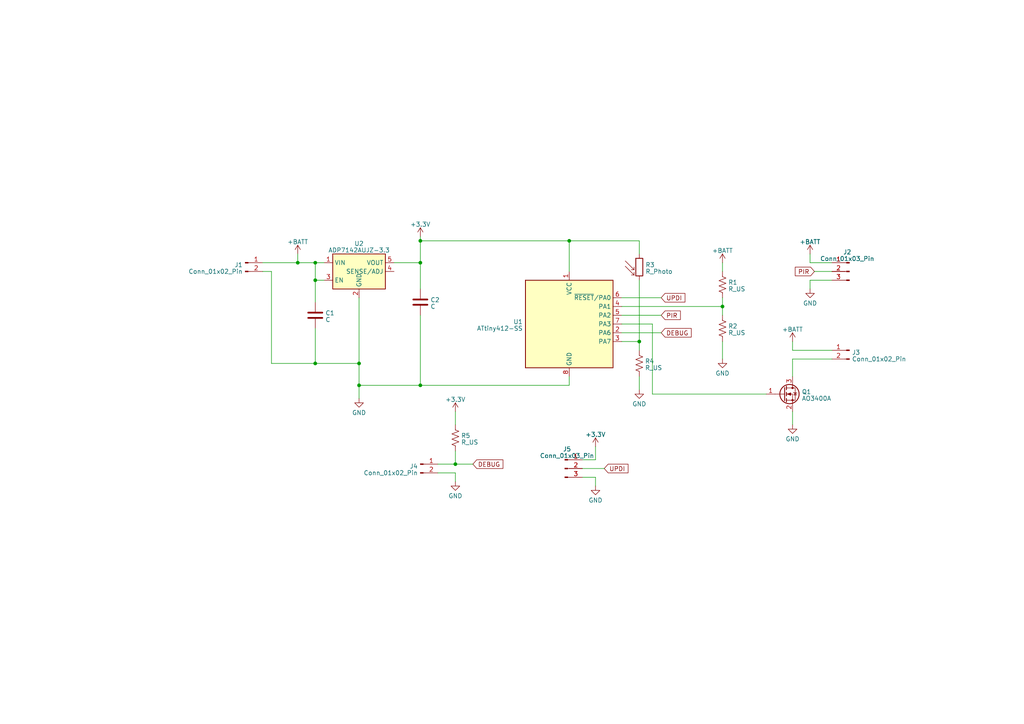
<source format=kicad_sch>
(kicad_sch (version 20230121) (generator eeschema)
  (paper "A4")
  (lib_symbols
    (symbol "Connector:Conn_01x02_Pin" (pin_names (offset 1.016) hide)
      (property "Reference" "J" (at 0 2.54 0))
      (property "Value" "Conn_01x02_Pin" (at 0 -5.08 0))
      (symbol "Conn_01x02_Pin_1_1"
        (polyline (pts (xy 1.27 -2.54) (xy 0.8636 -2.54)) (stroke (width 0.1524)))
        (polyline (pts (xy 1.27 0) (xy 0.8636 0)) (stroke (width 0.1524)))
        (rectangle (start 0.8636 -2.413) (end 0 -2.667) (stroke (width 0.1524)) (fill (type outline)))
        (rectangle (start 0.8636 0.127) (end 0 -0.127) (stroke (width 0.1524)) (fill (type outline)))
        (pin passive line (at 5.08 0 180) (length 3.81) (name "Pin_1") (number "1"))
        (pin passive line (at 5.08 -2.54 180) (length 3.81) (name "Pin_2") (number "2"))
      )
    )
    (symbol "Connector:Conn_01x03_Pin" (pin_names (offset 1.016) hide)
      (property "Reference" "J" (at 0 5.08 0))
      (property "Value" "Conn_01x03_Pin" (at 0 -5.08 0))
      (symbol "Conn_01x03_Pin_1_1"
        (polyline (pts (xy 1.27 -2.54) (xy 0.8636 -2.54)) (stroke (width 0.1524)))
        (polyline (pts (xy 1.27 0) (xy 0.8636 0)) (stroke (width 0.1524)))
        (polyline (pts (xy 1.27 2.54) (xy 0.8636 2.54)) (stroke (width 0.1524)))
        (rectangle (start 0.8636 -2.413) (end 0 -2.667) (stroke (width 0.1524)) (fill (type outline)))
        (rectangle (start 0.8636 0.127) (end 0 -0.127) (stroke (width 0.1524)) (fill (type outline)))
        (rectangle (start 0.8636 2.667) (end 0 2.413) (stroke (width 0.1524)) (fill (type outline)))
        (pin passive line (at 5.08 2.54 180) (length 3.81) (name "Pin_1") (number "1"))
        (pin passive line (at 5.08 0 180) (length 3.81) (name "Pin_2") (number "2"))
        (pin passive line (at 5.08 -2.54 180) (length 3.81) (name "Pin_3") (number "3"))
      )
    )
    (symbol "Device:C" (pin_numbers hide) (pin_names (offset 0.254))
      (property "Reference" "C" (at 0.635 2.54 0))
      (property "Value" "C" (at 0.635 -2.54 0))
      (symbol "C_0_1"
        (polyline (pts (xy -2.032 -0.762) (xy 2.032 -0.762)) (stroke (width 0.508)))
        (polyline (pts (xy -2.032 0.762) (xy 2.032 0.762)) (stroke (width 0.508)))
      )
      (symbol "C_1_1"
        (pin passive line (at 0 3.81 270) (length 2.794) (name "~") (number "1"))
        (pin passive line (at 0 -3.81 90) (length 2.794) (name "~") (number "2"))
      )
    )
    (symbol "Device:R_Photo" (pin_numbers hide) (pin_names (offset 0))
      (property "Reference" "R" (at 1.27 1.27 0))
      (property "Value" "R_Photo" (at 1.27 0 0))
      (symbol "R_Photo_0_1"
        (rectangle (start -1.016 2.54) (end 1.016 -2.54) (stroke (width 0.254)))
        (polyline (pts (xy -1.524 -2.286) (xy -4.064 0.254)))
        (polyline (pts (xy -1.524 -2.286) (xy -2.286 -2.286)))
        (polyline (pts (xy -1.524 -2.286) (xy -1.524 -1.524)))
        (polyline (pts (xy -1.524 -0.762) (xy -4.064 1.778)))
        (polyline (pts (xy -1.524 -0.762) (xy -2.286 -0.762)))
        (polyline (pts (xy -1.524 -0.762) (xy -1.524 0)))
      )
      (symbol "R_Photo_1_1"
        (pin passive line (at 0 3.81 270) (length 1.27) (name "~") (number "1"))
        (pin passive line (at 0 -3.81 90) (length 1.27) (name "~") (number "2"))
      )
    )
    (symbol "Device:R_US" (pin_numbers hide) (pin_names (offset 0))
      (property "Reference" "R" (at 2.54 0 90))
      (property "Value" "R_US" (at -2.54 0 90))
      (symbol "R_US_0_1"
        (polyline (pts (xy 0 -2.286) (xy 0 -2.54)))
        (polyline (pts (xy 0 2.286) (xy 0 2.54)))
        (polyline (pts (xy 0 -0.762) (xy 1.016 -1.143) (xy 0 -1.524) (xy -1.016 -1.905) (xy 0 -2.286)))
        (polyline (pts (xy 0 0.762) (xy 1.016 0.381) (xy 0 0) (xy -1.016 -0.381) (xy 0 -0.762)))
        (polyline (pts (xy 0 2.286) (xy 1.016 1.905) (xy 0 1.524) (xy -1.016 1.143) (xy 0 0.762)))
      )
      (symbol "R_US_1_1"
        (pin passive line (at 0 3.81 270) (length 1.27) (name "~") (number "1"))
        (pin passive line (at 0 -3.81 90) (length 1.27) (name "~") (number "2"))
      )
    )
    (symbol "MCU_Microchip_ATtiny:ATtiny412-SS"
      (property "Reference" "U" (at -12.7 13.97 0))
      (property "Value" "ATtiny412-SS" (at 2.54 -13.97 0))
      (symbol "ATtiny412-SS_0_1"
        (rectangle (start -12.7 -12.7) (end 12.7 12.7) (stroke (width 0.254)) (fill (type background)))
      )
      (symbol "ATtiny412-SS_1_1"
        (pin power_in line (at 0 15.24 270) (length 2.54) (name "VCC") (number "1"))
        (pin bidirectional line (at 15.24 -2.54 180) (length 2.54) (name "PA6") (number "2"))
        (pin bidirectional line (at 15.24 -5.08 180) (length 2.54) (name "PA7") (number "3"))
        (pin bidirectional line (at 15.24 5.08 180) (length 2.54) (name "PA1") (number "4"))
        (pin bidirectional line (at 15.24 2.54 180) (length 2.54) (name "PA2") (number "5"))
        (pin bidirectional line (at 15.24 7.62 180) (length 2.54) (name "~{RESET}/PA0") (number "6"))
        (pin bidirectional line (at 15.24 0 180) (length 2.54) (name "PA3") (number "7"))
        (pin power_in line (at 0 -15.24 90) (length 2.54) (name "GND") (number "8"))
      )
    )
    (symbol "Regulator_Linear:ADP7142AUJZ-3.3"
      (property "Reference" "U" (at 0 8.89 0))
      (property "Value" "ADP7142AUJZ-3.3" (at 0 6.35 0))
      (symbol "ADP7142AUJZ-3.3_0_1"
        (rectangle (start -7.62 5.08) (end 7.62 -5.08) (stroke (width 0.254)) (fill (type background)))
      )
      (symbol "ADP7142AUJZ-3.3_1_1"
        (pin power_in line (at -10.16 2.54 0) (length 2.54) (name "VIN") (number "1"))
        (pin power_in line (at 0 -7.62 90) (length 2.54) (name "GND") (number "2"))
        (pin input line (at -10.16 -2.54 0) (length 2.54) (name "EN") (number "3"))
        (pin input line (at 10.16 0 180) (length 2.54) (name "SENSE/ADJ") (number "4"))
        (pin power_out line (at 10.16 2.54 180) (length 2.54) (name "VOUT") (number "5"))
      )
    )
    (symbol "Transistor_FET:AO3400A" (pin_names hide)
      (property "Reference" "Q" (at 5.08 1.905 0))
      (property "Value" "AO3400A" (at 5.08 0 0))
      (symbol "AO3400A_0_1"
        (polyline (pts (xy 0.254 0) (xy -2.54 0)))
        (polyline (pts (xy 0.254 1.905) (xy 0.254 -1.905)) (stroke (width 0.254)))
        (polyline (pts (xy 0.762 -1.27) (xy 0.762 -2.286)) (stroke (width 0.254)))
        (polyline (pts (xy 0.762 0.508) (xy 0.762 -0.508)) (stroke (width 0.254)))
        (polyline (pts (xy 0.762 2.286) (xy 0.762 1.27)) (stroke (width 0.254)))
        (polyline (pts (xy 2.54 2.54) (xy 2.54 1.778)))
        (polyline (pts (xy 2.54 -2.54) (xy 2.54 0) (xy 0.762 0)))
        (polyline (pts (xy 0.762 -1.778) (xy 3.302 -1.778) (xy 3.302 1.778) (xy 0.762 1.778)))
        (polyline (pts (xy 1.016 0) (xy 2.032 0.381) (xy 2.032 -0.381) (xy 1.016 0)) (fill (type outline)))
        (polyline (pts (xy 2.794 0.508) (xy 2.921 0.381) (xy 3.683 0.381) (xy 3.81 0.254)))
        (polyline (pts (xy 3.302 0.381) (xy 2.921 -0.254) (xy 3.683 -0.254) (xy 3.302 0.381)))
        (circle (center 1.651 0) (radius 2.794) (stroke (width 0.254)))
        (circle (center 2.54 -1.778) (radius 0.254) (fill (type outline)))
        (circle (center 2.54 1.778) (radius 0.254) (fill (type outline)))
      )
      (symbol "AO3400A_1_1"
        (pin input line (at -5.08 0 0) (length 2.54) (name "G") (number "1"))
        (pin passive line (at 2.54 -5.08 90) (length 2.54) (name "S") (number "2"))
        (pin passive line (at 2.54 5.08 270) (length 2.54) (name "D") (number "3"))
      )
    )
    (symbol "power:+3.3V" (power) (pin_names (offset 0))
      (property "Value" "+3.3V" (at 0 3.556 0))
      (symbol "+3.3V_0_1"
        (polyline (pts (xy -0.762 1.27) (xy 0 2.54)))
        (polyline (pts (xy 0 0) (xy 0 2.54)))
        (polyline (pts (xy 0 2.54) (xy 0.762 1.27)))
      )
      (symbol "+3.3V_1_1"
        (pin power_in line (at 0 0 90) (length 0) hide (name "+3.3V") (number "1"))
      )
    )
    (symbol "power:+BATT" (power) (pin_names (offset 0))
      (property "Value" "+BATT" (at 0 3.556 0))
      (symbol "+BATT_0_1"
        (polyline (pts (xy -0.762 1.27) (xy 0 2.54)))
        (polyline (pts (xy 0 0) (xy 0 2.54)))
        (polyline (pts (xy 0 2.54) (xy 0.762 1.27)))
      )
      (symbol "+BATT_1_1"
        (pin power_in line (at 0 0 90) (length 0) hide (name "+BATT") (number "1"))
      )
    )
    (symbol "power:GND" (power) (pin_names (offset 0))
      (property "Value" "GND" (at 0 -3.81 0))
      (symbol "GND_0_1"
        (polyline (pts (xy 0 0) (xy 0 -1.27) (xy 1.27 -1.27) (xy 0 -2.54) (xy -1.27 -1.27) (xy 0 -1.27)))
      )
      (symbol "GND_1_1"
        (pin power_in line (at 0 0 270) (length 0) hide (name "GND") (number "1"))
      )
    )
  )
  (junction (at 121.92 69.85))
  (junction (at 209.55 88.9))
  (junction (at 91.44 105.41))
  (junction (at 104.14 111.76))
  (junction (at 165.1 69.85))
  (junction (at 86.36 76.2))
  (junction (at 121.92 111.76))
  (junction (at 104.14 105.41))
  (junction (at 132.08 134.62))
  (junction (at 91.44 76.2))
  (junction (at 91.44 81.28))
  (junction (at 121.92 76.2))
  (junction (at 185.42 99.06))
  (wire (pts (xy 91.44 95.25) (xy 91.44 105.41)))
  (wire (pts (xy 76.2 76.2) (xy 86.36 76.2)))
  (wire (pts (xy 86.36 73.66) (xy 86.36 76.2)))
  (wire (pts (xy 165.1 109.22) (xy 165.1 111.76)))
  (wire (pts (xy 132.08 137.16) (xy 132.08 139.7)))
  (wire (pts (xy 236.22 78.74) (xy 241.3 78.74)))
  (wire (pts (xy 165.1 69.85) (xy 165.1 78.74)))
  (wire (pts (xy 127 134.62) (xy 132.08 134.62)))
  (wire (pts (xy 209.55 76.2) (xy 209.55 78.74)))
  (wire (pts (xy 86.36 76.2) (xy 91.44 76.2)))
  (wire (pts (xy 104.14 105.41) (xy 104.14 111.76)))
  (wire (pts (xy 121.92 111.76) (xy 104.14 111.76)))
  (wire (pts (xy 185.42 99.06) (xy 180.34 99.06)))
  (wire (pts (xy 229.87 99.06) (xy 229.87 101.6)))
  (wire (pts (xy 91.44 81.28) (xy 91.44 76.2)))
  (wire (pts (xy 78.74 105.41) (xy 91.44 105.41)))
  (wire (pts (xy 172.72 129.54) (xy 172.72 133.35)))
  (wire (pts (xy 185.42 81.28) (xy 185.42 99.06)))
  (wire (pts (xy 168.91 138.43) (xy 172.72 138.43)))
  (wire (pts (xy 185.42 109.22) (xy 185.42 113.03)))
  (wire (pts (xy 132.08 134.62) (xy 137.16 134.62)))
  (wire (pts (xy 91.44 76.2) (xy 93.98 76.2)))
  (wire (pts (xy 209.55 99.06) (xy 209.55 104.14)))
  (wire (pts (xy 132.08 119.38) (xy 132.08 123.19)))
  (wire (pts (xy 127 137.16) (xy 132.08 137.16)))
  (wire (pts (xy 234.95 76.2) (xy 241.3 76.2)))
  (wire (pts (xy 121.92 76.2) (xy 121.92 83.82)))
  (wire (pts (xy 241.3 104.14) (xy 229.87 104.14)))
  (wire (pts (xy 168.91 135.89) (xy 175.26 135.89)))
  (wire (pts (xy 180.34 86.36) (xy 191.77 86.36)))
  (wire (pts (xy 234.95 83.82) (xy 234.95 81.28)))
  (wire (pts (xy 114.3 76.2) (xy 121.92 76.2)))
  (wire (pts (xy 132.08 130.81) (xy 132.08 134.62)))
  (wire (pts (xy 189.23 114.3) (xy 222.25 114.3)))
  (wire (pts (xy 185.42 73.66) (xy 185.42 69.85)))
  (wire (pts (xy 91.44 81.28) (xy 93.98 81.28)))
  (wire (pts (xy 76.2 78.74) (xy 78.74 78.74)))
  (wire (pts (xy 121.92 76.2) (xy 121.92 69.85)))
  (wire (pts (xy 180.34 88.9) (xy 209.55 88.9)))
  (wire (pts (xy 104.14 111.76) (xy 104.14 115.57)))
  (wire (pts (xy 121.92 91.44) (xy 121.92 111.76)))
  (wire (pts (xy 229.87 119.38) (xy 229.87 123.19)))
  (wire (pts (xy 209.55 88.9) (xy 209.55 91.44)))
  (wire (pts (xy 172.72 133.35) (xy 168.91 133.35)))
  (wire (pts (xy 78.74 78.74) (xy 78.74 105.41)))
  (wire (pts (xy 165.1 111.76) (xy 121.92 111.76)))
  (wire (pts (xy 91.44 105.41) (xy 104.14 105.41)))
  (wire (pts (xy 229.87 101.6) (xy 241.3 101.6)))
  (wire (pts (xy 180.34 91.44) (xy 191.77 91.44)))
  (wire (pts (xy 189.23 93.98) (xy 189.23 114.3)))
  (wire (pts (xy 91.44 87.63) (xy 91.44 81.28)))
  (wire (pts (xy 185.42 69.85) (xy 165.1 69.85)))
  (wire (pts (xy 229.87 104.14) (xy 229.87 109.22)))
  (wire (pts (xy 180.34 96.52) (xy 191.77 96.52)))
  (wire (pts (xy 209.55 86.36) (xy 209.55 88.9)))
  (wire (pts (xy 234.95 73.66) (xy 234.95 76.2)))
  (wire (pts (xy 121.92 68.58) (xy 121.92 69.85)))
  (wire (pts (xy 104.14 86.36) (xy 104.14 105.41)))
  (wire (pts (xy 234.95 81.28) (xy 241.3 81.28)))
  (wire (pts (xy 172.72 138.43) (xy 172.72 140.97)))
  (wire (pts (xy 185.42 99.06) (xy 185.42 101.6)))
  (wire (pts (xy 180.34 93.98) (xy 189.23 93.98)))
  (wire (pts (xy 121.92 69.85) (xy 165.1 69.85)))
  (global_label "DEBUG" (shape input) (at 191.77 96.52 0) (property "Intersheetrefs" "${INTERSHEET_REFS}" (effects hide)))
  (global_label "UPDI" (shape input) (at 191.77 86.36 0) (property "Intersheetrefs" "${INTERSHEET_REFS}" (effects hide)))
  (global_label "UPDI" (shape input) (at 175.26 135.89 0) (property "Intersheetrefs" "${INTERSHEET_REFS}" (effects hide)))
  (global_label "PIR" (shape input) (at 191.77 91.44 0) (property "Intersheetrefs" "${INTERSHEET_REFS}" (effects hide)))
  (global_label "DEBUG" (shape input) (at 137.16 134.62 0) (property "Intersheetrefs" "${INTERSHEET_REFS}" (effects hide)))
  (global_label "PIR" (shape input) (at 236.22 78.74 180) (property "Intersheetrefs" "${INTERSHEET_REFS}" (effects hide)))
  (symbol (lib_id "Connector:Conn_01x02_Pin") (at 121.92 134.62 0) (unit 1)
    (property "Reference" "J4" (at 121.2088 135.2463 0) (effects (justify right)))
    (property "Value" "Conn_01x02_Pin" (at 121.2088 137.1673 0) (effects (justify right)))
    (property "Footprint" "Connector_PinHeader_2.00mm:PinHeader_1x02_P2.00mm_Vertical" (effects hide))
  )
  (symbol (lib_id "Device:R_US") (at 209.55 95.25 0) (unit 1)
    (property "Reference" "R2" (at 211.201 94.6063 0) (effects (justify left)))
    (property "Value" "R_US" (at 211.201 96.5273 0) (effects (justify left)))
    (property "Footprint" "Resistor_SMD:R_0805_2012Metric_Pad1.20x1.40mm_HandSolder" (effects hide))
  )
  (symbol (lib_id "Connector:Conn_01x02_Pin") (at 71.12 76.2 0) (unit 1)
    (property "Reference" "J1" (at 70.4088 76.8263 0) (effects (justify right)))
    (property "Value" "Conn_01x02_Pin" (at 70.4088 78.7473 0) (effects (justify right)))
    (property "Footprint" "Connector_PinHeader_2.00mm:PinHeader_1x02_P2.00mm_Vertical" (effects hide))
  )
  (symbol (lib_id "power:+BATT") (at 86.36 73.66 0) (unit 1)
    (property "Reference" "#PWR03" (effects hide))
    (property "Value" "+BATT" (at 86.36 70.1581 0))
  )
  (symbol (lib_id "power:GND") (at 229.87 123.19 0) (unit 1)
    (property "Reference" "#PWR09" (effects hide))
    (property "Value" "GND" (at 229.87 127.3255 0))
  )
  (symbol (lib_id "MCU_Microchip_ATtiny:ATtiny412-SS") (at 165.1 93.98 0) (unit 1)
    (property "Reference" "U1" (at 151.638 93.3363 0) (effects (justify right)))
    (property "Value" "ATtiny412-SS" (at 151.638 95.2573 0) (effects (justify right)))
    (property "Footprint" "Package_SO:SOIC-8_3.9x4.9mm_P1.27mm" (effects hide))
    (property "Datasheet" "http://ww1.microchip.com/downloads/en/DeviceDoc/40001911A.pdf" (effects hide))
  )
  (symbol (lib_id "power:GND") (at 185.42 113.03 0) (unit 1)
    (property "Reference" "#PWR08" (effects hide))
    (property "Value" "GND" (at 185.42 117.1655 0))
  )
  (symbol (lib_id "power:+3.3V") (at 172.72 129.54 0) (unit 1)
    (property "Reference" "#PWR014" (effects hide))
    (property "Value" "+3.3V" (at 172.72 126.0381 0))
  )
  (symbol (lib_id "Connector:Conn_01x03_Pin") (at 246.38 78.74 0) (mirror y) (unit 1)
    (property "Reference" "J2" (at 245.745 73.1139 0))
    (property "Value" "Conn_01x03_Pin" (at 245.745 75.0349 0))
    (property "Footprint" "Connector_PinHeader_2.54mm:PinHeader_1x03_P2.54mm_Vertical" (effects hide))
  )
  (symbol (lib_id "Device:C") (at 121.92 87.63 0) (unit 1)
    (property "Reference" "C2" (at 124.841 86.9863 0) (effects (justify left)))
    (property "Value" "C" (at 124.841 88.9073 0) (effects (justify left)))
    (property "Footprint" "Capacitor_SMD:C_0805_2012Metric_Pad1.18x1.45mm_HandSolder" (effects hide))
  )
  (symbol (lib_id "Device:R_US") (at 132.08 127 0) (unit 1)
    (property "Reference" "R5" (at 133.731 126.3563 0) (effects (justify left)))
    (property "Value" "R_US" (at 133.731 128.2773 0) (effects (justify left)))
    (property "Footprint" "Resistor_SMD:R_0805_2012Metric_Pad1.20x1.40mm_HandSolder" (effects hide))
  )
  (symbol (lib_id "Device:R_US") (at 209.55 82.55 0) (unit 1)
    (property "Reference" "R1" (at 211.201 81.9063 0) (effects (justify left)))
    (property "Value" "R_US" (at 211.201 83.8273 0) (effects (justify left)))
    (property "Footprint" "Resistor_SMD:R_0805_2012Metric_Pad1.20x1.40mm_HandSolder" (effects hide))
  )
  (symbol (lib_id "Device:R_US") (at 185.42 105.41 0) (unit 1)
    (property "Reference" "R4" (at 187.071 104.7663 0) (effects (justify left)))
    (property "Value" "R_US" (at 187.071 106.6873 0) (effects (justify left)))
    (property "Footprint" "Resistor_SMD:R_0805_2012Metric_Pad1.20x1.40mm_HandSolder" (effects hide))
  )
  (symbol (lib_id "power:GND") (at 104.14 115.57 0) (unit 1)
    (property "Reference" "#PWR02" (effects hide))
    (property "Value" "GND" (at 104.14 119.7055 0))
  )
  (symbol (lib_id "Connector:Conn_01x03_Pin") (at 163.83 135.89 0) (unit 1)
    (property "Reference" "J5" (at 164.465 130.2639 0))
    (property "Value" "Conn_01x03_Pin" (at 164.465 132.1849 0))
    (property "Footprint" "footprints:JST_ZH_B3B-ZR_1x03_P1.50mm_Vertical" (effects hide))
  )
  (symbol (lib_id "power:GND") (at 132.08 139.7 0) (unit 1)
    (property "Reference" "#PWR012" (effects hide))
    (property "Value" "GND" (at 132.08 143.8355 0))
  )
  (symbol (lib_id "power:+BATT") (at 209.55 76.2 0) (unit 1)
    (property "Reference" "#PWR04" (effects hide))
    (property "Value" "+BATT" (at 209.55 72.6981 0))
  )
  (symbol (lib_id "power:+BATT") (at 234.95 73.66 0) (unit 1)
    (property "Reference" "#PWR06" (effects hide))
    (property "Value" "+BATT" (at 234.95 70.1581 0))
  )
  (symbol (lib_id "Device:R_Photo") (at 185.42 77.47 0) (unit 1)
    (property "Reference" "R3" (at 187.198 76.8263 0) (effects (justify left)))
    (property "Value" "R_Photo" (at 187.198 78.7473 0) (effects (justify left)))
    (property "Footprint" "Resistor_THT:R_Axial_DIN0204_L3.6mm_D1.6mm_P2.54mm_Vertical" (effects hide))
  )
  (symbol (lib_id "power:GND") (at 209.55 104.14 0) (unit 1)
    (property "Reference" "#PWR05" (effects hide))
    (property "Value" "GND" (at 209.55 108.2755 0))
  )
  (symbol (lib_id "power:GND") (at 172.72 140.97 0) (unit 1)
    (property "Reference" "#PWR013" (effects hide))
    (property "Value" "GND" (at 172.72 145.1055 0))
  )
  (symbol (lib_id "Device:C") (at 91.44 91.44 0) (unit 1)
    (property "Reference" "C1" (at 94.361 90.7963 0) (effects (justify left)))
    (property "Value" "C" (at 94.361 92.7173 0) (effects (justify left)))
    (property "Footprint" "Capacitor_SMD:C_0805_2012Metric_Pad1.18x1.45mm_HandSolder" (effects hide))
  )
  (symbol (lib_id "Regulator_Linear:ADP7142AUJZ-3.3") (at 104.14 78.74 0) (unit 1)
    (property "Reference" "U2" (at 104.14 70.6501 0))
    (property "Value" "ADP7142AUJZ-3.3" (at 104.14 72.5711 0))
    (property "Footprint" "Package_TO_SOT_SMD:TSOT-23-5" (effects hide))
    (property "Datasheet" "https://www.analog.com/media/en/technical-documentation/data-sheets/ADP7142.pdf" (effects hide))
  )
  (symbol (lib_id "power:GND") (at 234.95 83.82 0) (unit 1)
    (property "Reference" "#PWR07" (effects hide))
    (property "Value" "GND" (at 234.95 87.9555 0))
  )
  (symbol (lib_id "power:+BATT") (at 229.87 99.06 0) (unit 1)
    (property "Reference" "#PWR010" (effects hide))
    (property "Value" "+BATT" (at 229.87 95.5581 0))
  )
  (symbol (lib_id "Connector:Conn_01x02_Pin") (at 246.38 101.6 0) (mirror y) (unit 1)
    (property "Reference" "J3" (at 247.0912 102.2263 0) (effects (justify right)))
    (property "Value" "Conn_01x02_Pin" (at 247.0912 104.1473 0) (effects (justify right)))
    (property "Footprint" "Connector_PinHeader_2.00mm:PinHeader_1x02_P2.00mm_Vertical" (effects hide))
  )
  (symbol (lib_id "Transistor_FET:AO3400A") (at 227.33 114.3 0) (unit 1)
    (property "Reference" "Q1" (at 232.537 113.6563 0) (effects (justify left)))
    (property "Value" "AO3400A" (at 232.537 115.5773 0) (effects (justify left)))
    (property "Footprint" "Package_TO_SOT_SMD:SOT-23" (effects hide))
    (property "Datasheet" "http://www.aosmd.com/pdfs/datasheet/AO3400A.pdf" (effects hide))
  )
  (symbol (lib_id "power:+3.3V") (at 121.92 68.58 0) (unit 1)
    (property "Reference" "#PWR01" (effects hide))
    (property "Value" "+3.3V" (at 121.92 65.0781 0))
  )
  (symbol (lib_id "power:+3.3V") (at 132.08 119.38 0) (unit 1)
    (property "Reference" "#PWR011" (effects hide))
    (property "Value" "+3.3V" (at 132.08 115.8781 0))
  )
)
</source>
